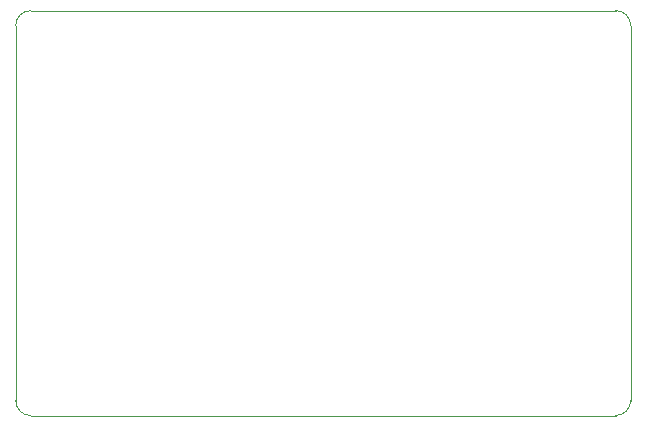
<source format=gbr>
G04 #@! TF.GenerationSoftware,KiCad,Pcbnew,5.99.0-unknown-r16821-0ff20c18*
G04 #@! TF.CreationDate,2019-10-13T14:57:24-05:00*
G04 #@! TF.ProjectId,led_module,6c65645f-6d6f-4647-956c-652e6b696361,B*
G04 #@! TF.SameCoordinates,Original*
G04 #@! TF.FileFunction,Profile,NP*
%FSLAX46Y46*%
G04 Gerber Fmt 4.6, Leading zero omitted, Abs format (unit mm)*
G04 Created by KiCad (PCBNEW 5.99.0-unknown-r16821-0ff20c18) date 2019-10-13 14:57:24*
%MOMM*%
%LPD*%
G04 APERTURE LIST*
%ADD10C,0.050000*%
G04 APERTURE END LIST*
D10*
X78740000Y-96520000D02*
X29210000Y-96520000D01*
X80010000Y-129540000D02*
X80010000Y-102870000D01*
X27940000Y-97790000D02*
G75*
G02X29210000Y-96520000I1270000J0D01*
G01*
X80010000Y-102870000D02*
X80010000Y-97790000D01*
X80010000Y-129540000D02*
G75*
G02X78740000Y-130810000I-1270000J0D01*
G01*
X27940000Y-102870000D02*
X27940000Y-129540000D01*
X78740000Y-96520000D02*
G75*
G02X80010000Y-97790000I0J-1270000D01*
G01*
X29210000Y-130810000D02*
G75*
G02X27940000Y-129540000I0J1270000D01*
G01*
X27940000Y-102870000D02*
X27940000Y-97790000D01*
X29210000Y-130810000D02*
X78740000Y-130810000D01*
M02*

</source>
